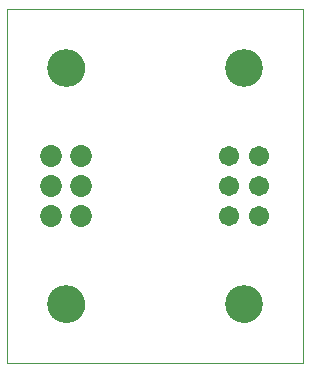
<source format=gbs>
G75*
%MOIN*%
%OFA0B0*%
%FSLAX25Y25*%
%IPPOS*%
%LPD*%
%AMOC8*
5,1,8,0,0,1.08239X$1,22.5*
%
%ADD10C,0.00000*%
%ADD11C,0.12611*%
%ADD12C,0.06737*%
%ADD13C,0.07296*%
D10*
X0001492Y0001492D02*
X0001492Y0119602D01*
X0099917Y0119602D01*
X0099917Y0001492D01*
X0001492Y0001492D01*
X0015271Y0021177D02*
X0015273Y0021330D01*
X0015279Y0021484D01*
X0015289Y0021637D01*
X0015303Y0021789D01*
X0015321Y0021942D01*
X0015343Y0022093D01*
X0015368Y0022244D01*
X0015398Y0022395D01*
X0015432Y0022545D01*
X0015469Y0022693D01*
X0015510Y0022841D01*
X0015555Y0022987D01*
X0015604Y0023133D01*
X0015657Y0023277D01*
X0015713Y0023419D01*
X0015773Y0023560D01*
X0015837Y0023700D01*
X0015904Y0023838D01*
X0015975Y0023974D01*
X0016050Y0024108D01*
X0016127Y0024240D01*
X0016209Y0024370D01*
X0016293Y0024498D01*
X0016381Y0024624D01*
X0016472Y0024747D01*
X0016566Y0024868D01*
X0016664Y0024986D01*
X0016764Y0025102D01*
X0016868Y0025215D01*
X0016974Y0025326D01*
X0017083Y0025434D01*
X0017195Y0025539D01*
X0017309Y0025640D01*
X0017427Y0025739D01*
X0017546Y0025835D01*
X0017668Y0025928D01*
X0017793Y0026017D01*
X0017920Y0026104D01*
X0018049Y0026186D01*
X0018180Y0026266D01*
X0018313Y0026342D01*
X0018448Y0026415D01*
X0018585Y0026484D01*
X0018724Y0026549D01*
X0018864Y0026611D01*
X0019006Y0026669D01*
X0019149Y0026724D01*
X0019294Y0026775D01*
X0019440Y0026822D01*
X0019587Y0026865D01*
X0019735Y0026904D01*
X0019884Y0026940D01*
X0020034Y0026971D01*
X0020185Y0026999D01*
X0020336Y0027023D01*
X0020489Y0027043D01*
X0020641Y0027059D01*
X0020794Y0027071D01*
X0020947Y0027079D01*
X0021100Y0027083D01*
X0021254Y0027083D01*
X0021407Y0027079D01*
X0021560Y0027071D01*
X0021713Y0027059D01*
X0021865Y0027043D01*
X0022018Y0027023D01*
X0022169Y0026999D01*
X0022320Y0026971D01*
X0022470Y0026940D01*
X0022619Y0026904D01*
X0022767Y0026865D01*
X0022914Y0026822D01*
X0023060Y0026775D01*
X0023205Y0026724D01*
X0023348Y0026669D01*
X0023490Y0026611D01*
X0023630Y0026549D01*
X0023769Y0026484D01*
X0023906Y0026415D01*
X0024041Y0026342D01*
X0024174Y0026266D01*
X0024305Y0026186D01*
X0024434Y0026104D01*
X0024561Y0026017D01*
X0024686Y0025928D01*
X0024808Y0025835D01*
X0024927Y0025739D01*
X0025045Y0025640D01*
X0025159Y0025539D01*
X0025271Y0025434D01*
X0025380Y0025326D01*
X0025486Y0025215D01*
X0025590Y0025102D01*
X0025690Y0024986D01*
X0025788Y0024868D01*
X0025882Y0024747D01*
X0025973Y0024624D01*
X0026061Y0024498D01*
X0026145Y0024370D01*
X0026227Y0024240D01*
X0026304Y0024108D01*
X0026379Y0023974D01*
X0026450Y0023838D01*
X0026517Y0023700D01*
X0026581Y0023560D01*
X0026641Y0023419D01*
X0026697Y0023277D01*
X0026750Y0023133D01*
X0026799Y0022987D01*
X0026844Y0022841D01*
X0026885Y0022693D01*
X0026922Y0022545D01*
X0026956Y0022395D01*
X0026986Y0022244D01*
X0027011Y0022093D01*
X0027033Y0021942D01*
X0027051Y0021789D01*
X0027065Y0021637D01*
X0027075Y0021484D01*
X0027081Y0021330D01*
X0027083Y0021177D01*
X0027081Y0021024D01*
X0027075Y0020870D01*
X0027065Y0020717D01*
X0027051Y0020565D01*
X0027033Y0020412D01*
X0027011Y0020261D01*
X0026986Y0020110D01*
X0026956Y0019959D01*
X0026922Y0019809D01*
X0026885Y0019661D01*
X0026844Y0019513D01*
X0026799Y0019367D01*
X0026750Y0019221D01*
X0026697Y0019077D01*
X0026641Y0018935D01*
X0026581Y0018794D01*
X0026517Y0018654D01*
X0026450Y0018516D01*
X0026379Y0018380D01*
X0026304Y0018246D01*
X0026227Y0018114D01*
X0026145Y0017984D01*
X0026061Y0017856D01*
X0025973Y0017730D01*
X0025882Y0017607D01*
X0025788Y0017486D01*
X0025690Y0017368D01*
X0025590Y0017252D01*
X0025486Y0017139D01*
X0025380Y0017028D01*
X0025271Y0016920D01*
X0025159Y0016815D01*
X0025045Y0016714D01*
X0024927Y0016615D01*
X0024808Y0016519D01*
X0024686Y0016426D01*
X0024561Y0016337D01*
X0024434Y0016250D01*
X0024305Y0016168D01*
X0024174Y0016088D01*
X0024041Y0016012D01*
X0023906Y0015939D01*
X0023769Y0015870D01*
X0023630Y0015805D01*
X0023490Y0015743D01*
X0023348Y0015685D01*
X0023205Y0015630D01*
X0023060Y0015579D01*
X0022914Y0015532D01*
X0022767Y0015489D01*
X0022619Y0015450D01*
X0022470Y0015414D01*
X0022320Y0015383D01*
X0022169Y0015355D01*
X0022018Y0015331D01*
X0021865Y0015311D01*
X0021713Y0015295D01*
X0021560Y0015283D01*
X0021407Y0015275D01*
X0021254Y0015271D01*
X0021100Y0015271D01*
X0020947Y0015275D01*
X0020794Y0015283D01*
X0020641Y0015295D01*
X0020489Y0015311D01*
X0020336Y0015331D01*
X0020185Y0015355D01*
X0020034Y0015383D01*
X0019884Y0015414D01*
X0019735Y0015450D01*
X0019587Y0015489D01*
X0019440Y0015532D01*
X0019294Y0015579D01*
X0019149Y0015630D01*
X0019006Y0015685D01*
X0018864Y0015743D01*
X0018724Y0015805D01*
X0018585Y0015870D01*
X0018448Y0015939D01*
X0018313Y0016012D01*
X0018180Y0016088D01*
X0018049Y0016168D01*
X0017920Y0016250D01*
X0017793Y0016337D01*
X0017668Y0016426D01*
X0017546Y0016519D01*
X0017427Y0016615D01*
X0017309Y0016714D01*
X0017195Y0016815D01*
X0017083Y0016920D01*
X0016974Y0017028D01*
X0016868Y0017139D01*
X0016764Y0017252D01*
X0016664Y0017368D01*
X0016566Y0017486D01*
X0016472Y0017607D01*
X0016381Y0017730D01*
X0016293Y0017856D01*
X0016209Y0017984D01*
X0016127Y0018114D01*
X0016050Y0018246D01*
X0015975Y0018380D01*
X0015904Y0018516D01*
X0015837Y0018654D01*
X0015773Y0018794D01*
X0015713Y0018935D01*
X0015657Y0019077D01*
X0015604Y0019221D01*
X0015555Y0019367D01*
X0015510Y0019513D01*
X0015469Y0019661D01*
X0015432Y0019809D01*
X0015398Y0019959D01*
X0015368Y0020110D01*
X0015343Y0020261D01*
X0015321Y0020412D01*
X0015303Y0020565D01*
X0015289Y0020717D01*
X0015279Y0020870D01*
X0015273Y0021024D01*
X0015271Y0021177D01*
X0074326Y0021177D02*
X0074328Y0021330D01*
X0074334Y0021484D01*
X0074344Y0021637D01*
X0074358Y0021789D01*
X0074376Y0021942D01*
X0074398Y0022093D01*
X0074423Y0022244D01*
X0074453Y0022395D01*
X0074487Y0022545D01*
X0074524Y0022693D01*
X0074565Y0022841D01*
X0074610Y0022987D01*
X0074659Y0023133D01*
X0074712Y0023277D01*
X0074768Y0023419D01*
X0074828Y0023560D01*
X0074892Y0023700D01*
X0074959Y0023838D01*
X0075030Y0023974D01*
X0075105Y0024108D01*
X0075182Y0024240D01*
X0075264Y0024370D01*
X0075348Y0024498D01*
X0075436Y0024624D01*
X0075527Y0024747D01*
X0075621Y0024868D01*
X0075719Y0024986D01*
X0075819Y0025102D01*
X0075923Y0025215D01*
X0076029Y0025326D01*
X0076138Y0025434D01*
X0076250Y0025539D01*
X0076364Y0025640D01*
X0076482Y0025739D01*
X0076601Y0025835D01*
X0076723Y0025928D01*
X0076848Y0026017D01*
X0076975Y0026104D01*
X0077104Y0026186D01*
X0077235Y0026266D01*
X0077368Y0026342D01*
X0077503Y0026415D01*
X0077640Y0026484D01*
X0077779Y0026549D01*
X0077919Y0026611D01*
X0078061Y0026669D01*
X0078204Y0026724D01*
X0078349Y0026775D01*
X0078495Y0026822D01*
X0078642Y0026865D01*
X0078790Y0026904D01*
X0078939Y0026940D01*
X0079089Y0026971D01*
X0079240Y0026999D01*
X0079391Y0027023D01*
X0079544Y0027043D01*
X0079696Y0027059D01*
X0079849Y0027071D01*
X0080002Y0027079D01*
X0080155Y0027083D01*
X0080309Y0027083D01*
X0080462Y0027079D01*
X0080615Y0027071D01*
X0080768Y0027059D01*
X0080920Y0027043D01*
X0081073Y0027023D01*
X0081224Y0026999D01*
X0081375Y0026971D01*
X0081525Y0026940D01*
X0081674Y0026904D01*
X0081822Y0026865D01*
X0081969Y0026822D01*
X0082115Y0026775D01*
X0082260Y0026724D01*
X0082403Y0026669D01*
X0082545Y0026611D01*
X0082685Y0026549D01*
X0082824Y0026484D01*
X0082961Y0026415D01*
X0083096Y0026342D01*
X0083229Y0026266D01*
X0083360Y0026186D01*
X0083489Y0026104D01*
X0083616Y0026017D01*
X0083741Y0025928D01*
X0083863Y0025835D01*
X0083982Y0025739D01*
X0084100Y0025640D01*
X0084214Y0025539D01*
X0084326Y0025434D01*
X0084435Y0025326D01*
X0084541Y0025215D01*
X0084645Y0025102D01*
X0084745Y0024986D01*
X0084843Y0024868D01*
X0084937Y0024747D01*
X0085028Y0024624D01*
X0085116Y0024498D01*
X0085200Y0024370D01*
X0085282Y0024240D01*
X0085359Y0024108D01*
X0085434Y0023974D01*
X0085505Y0023838D01*
X0085572Y0023700D01*
X0085636Y0023560D01*
X0085696Y0023419D01*
X0085752Y0023277D01*
X0085805Y0023133D01*
X0085854Y0022987D01*
X0085899Y0022841D01*
X0085940Y0022693D01*
X0085977Y0022545D01*
X0086011Y0022395D01*
X0086041Y0022244D01*
X0086066Y0022093D01*
X0086088Y0021942D01*
X0086106Y0021789D01*
X0086120Y0021637D01*
X0086130Y0021484D01*
X0086136Y0021330D01*
X0086138Y0021177D01*
X0086136Y0021024D01*
X0086130Y0020870D01*
X0086120Y0020717D01*
X0086106Y0020565D01*
X0086088Y0020412D01*
X0086066Y0020261D01*
X0086041Y0020110D01*
X0086011Y0019959D01*
X0085977Y0019809D01*
X0085940Y0019661D01*
X0085899Y0019513D01*
X0085854Y0019367D01*
X0085805Y0019221D01*
X0085752Y0019077D01*
X0085696Y0018935D01*
X0085636Y0018794D01*
X0085572Y0018654D01*
X0085505Y0018516D01*
X0085434Y0018380D01*
X0085359Y0018246D01*
X0085282Y0018114D01*
X0085200Y0017984D01*
X0085116Y0017856D01*
X0085028Y0017730D01*
X0084937Y0017607D01*
X0084843Y0017486D01*
X0084745Y0017368D01*
X0084645Y0017252D01*
X0084541Y0017139D01*
X0084435Y0017028D01*
X0084326Y0016920D01*
X0084214Y0016815D01*
X0084100Y0016714D01*
X0083982Y0016615D01*
X0083863Y0016519D01*
X0083741Y0016426D01*
X0083616Y0016337D01*
X0083489Y0016250D01*
X0083360Y0016168D01*
X0083229Y0016088D01*
X0083096Y0016012D01*
X0082961Y0015939D01*
X0082824Y0015870D01*
X0082685Y0015805D01*
X0082545Y0015743D01*
X0082403Y0015685D01*
X0082260Y0015630D01*
X0082115Y0015579D01*
X0081969Y0015532D01*
X0081822Y0015489D01*
X0081674Y0015450D01*
X0081525Y0015414D01*
X0081375Y0015383D01*
X0081224Y0015355D01*
X0081073Y0015331D01*
X0080920Y0015311D01*
X0080768Y0015295D01*
X0080615Y0015283D01*
X0080462Y0015275D01*
X0080309Y0015271D01*
X0080155Y0015271D01*
X0080002Y0015275D01*
X0079849Y0015283D01*
X0079696Y0015295D01*
X0079544Y0015311D01*
X0079391Y0015331D01*
X0079240Y0015355D01*
X0079089Y0015383D01*
X0078939Y0015414D01*
X0078790Y0015450D01*
X0078642Y0015489D01*
X0078495Y0015532D01*
X0078349Y0015579D01*
X0078204Y0015630D01*
X0078061Y0015685D01*
X0077919Y0015743D01*
X0077779Y0015805D01*
X0077640Y0015870D01*
X0077503Y0015939D01*
X0077368Y0016012D01*
X0077235Y0016088D01*
X0077104Y0016168D01*
X0076975Y0016250D01*
X0076848Y0016337D01*
X0076723Y0016426D01*
X0076601Y0016519D01*
X0076482Y0016615D01*
X0076364Y0016714D01*
X0076250Y0016815D01*
X0076138Y0016920D01*
X0076029Y0017028D01*
X0075923Y0017139D01*
X0075819Y0017252D01*
X0075719Y0017368D01*
X0075621Y0017486D01*
X0075527Y0017607D01*
X0075436Y0017730D01*
X0075348Y0017856D01*
X0075264Y0017984D01*
X0075182Y0018114D01*
X0075105Y0018246D01*
X0075030Y0018380D01*
X0074959Y0018516D01*
X0074892Y0018654D01*
X0074828Y0018794D01*
X0074768Y0018935D01*
X0074712Y0019077D01*
X0074659Y0019221D01*
X0074610Y0019367D01*
X0074565Y0019513D01*
X0074524Y0019661D01*
X0074487Y0019809D01*
X0074453Y0019959D01*
X0074423Y0020110D01*
X0074398Y0020261D01*
X0074376Y0020412D01*
X0074358Y0020565D01*
X0074344Y0020717D01*
X0074334Y0020870D01*
X0074328Y0021024D01*
X0074326Y0021177D01*
X0074326Y0099917D02*
X0074328Y0100070D01*
X0074334Y0100224D01*
X0074344Y0100377D01*
X0074358Y0100529D01*
X0074376Y0100682D01*
X0074398Y0100833D01*
X0074423Y0100984D01*
X0074453Y0101135D01*
X0074487Y0101285D01*
X0074524Y0101433D01*
X0074565Y0101581D01*
X0074610Y0101727D01*
X0074659Y0101873D01*
X0074712Y0102017D01*
X0074768Y0102159D01*
X0074828Y0102300D01*
X0074892Y0102440D01*
X0074959Y0102578D01*
X0075030Y0102714D01*
X0075105Y0102848D01*
X0075182Y0102980D01*
X0075264Y0103110D01*
X0075348Y0103238D01*
X0075436Y0103364D01*
X0075527Y0103487D01*
X0075621Y0103608D01*
X0075719Y0103726D01*
X0075819Y0103842D01*
X0075923Y0103955D01*
X0076029Y0104066D01*
X0076138Y0104174D01*
X0076250Y0104279D01*
X0076364Y0104380D01*
X0076482Y0104479D01*
X0076601Y0104575D01*
X0076723Y0104668D01*
X0076848Y0104757D01*
X0076975Y0104844D01*
X0077104Y0104926D01*
X0077235Y0105006D01*
X0077368Y0105082D01*
X0077503Y0105155D01*
X0077640Y0105224D01*
X0077779Y0105289D01*
X0077919Y0105351D01*
X0078061Y0105409D01*
X0078204Y0105464D01*
X0078349Y0105515D01*
X0078495Y0105562D01*
X0078642Y0105605D01*
X0078790Y0105644D01*
X0078939Y0105680D01*
X0079089Y0105711D01*
X0079240Y0105739D01*
X0079391Y0105763D01*
X0079544Y0105783D01*
X0079696Y0105799D01*
X0079849Y0105811D01*
X0080002Y0105819D01*
X0080155Y0105823D01*
X0080309Y0105823D01*
X0080462Y0105819D01*
X0080615Y0105811D01*
X0080768Y0105799D01*
X0080920Y0105783D01*
X0081073Y0105763D01*
X0081224Y0105739D01*
X0081375Y0105711D01*
X0081525Y0105680D01*
X0081674Y0105644D01*
X0081822Y0105605D01*
X0081969Y0105562D01*
X0082115Y0105515D01*
X0082260Y0105464D01*
X0082403Y0105409D01*
X0082545Y0105351D01*
X0082685Y0105289D01*
X0082824Y0105224D01*
X0082961Y0105155D01*
X0083096Y0105082D01*
X0083229Y0105006D01*
X0083360Y0104926D01*
X0083489Y0104844D01*
X0083616Y0104757D01*
X0083741Y0104668D01*
X0083863Y0104575D01*
X0083982Y0104479D01*
X0084100Y0104380D01*
X0084214Y0104279D01*
X0084326Y0104174D01*
X0084435Y0104066D01*
X0084541Y0103955D01*
X0084645Y0103842D01*
X0084745Y0103726D01*
X0084843Y0103608D01*
X0084937Y0103487D01*
X0085028Y0103364D01*
X0085116Y0103238D01*
X0085200Y0103110D01*
X0085282Y0102980D01*
X0085359Y0102848D01*
X0085434Y0102714D01*
X0085505Y0102578D01*
X0085572Y0102440D01*
X0085636Y0102300D01*
X0085696Y0102159D01*
X0085752Y0102017D01*
X0085805Y0101873D01*
X0085854Y0101727D01*
X0085899Y0101581D01*
X0085940Y0101433D01*
X0085977Y0101285D01*
X0086011Y0101135D01*
X0086041Y0100984D01*
X0086066Y0100833D01*
X0086088Y0100682D01*
X0086106Y0100529D01*
X0086120Y0100377D01*
X0086130Y0100224D01*
X0086136Y0100070D01*
X0086138Y0099917D01*
X0086136Y0099764D01*
X0086130Y0099610D01*
X0086120Y0099457D01*
X0086106Y0099305D01*
X0086088Y0099152D01*
X0086066Y0099001D01*
X0086041Y0098850D01*
X0086011Y0098699D01*
X0085977Y0098549D01*
X0085940Y0098401D01*
X0085899Y0098253D01*
X0085854Y0098107D01*
X0085805Y0097961D01*
X0085752Y0097817D01*
X0085696Y0097675D01*
X0085636Y0097534D01*
X0085572Y0097394D01*
X0085505Y0097256D01*
X0085434Y0097120D01*
X0085359Y0096986D01*
X0085282Y0096854D01*
X0085200Y0096724D01*
X0085116Y0096596D01*
X0085028Y0096470D01*
X0084937Y0096347D01*
X0084843Y0096226D01*
X0084745Y0096108D01*
X0084645Y0095992D01*
X0084541Y0095879D01*
X0084435Y0095768D01*
X0084326Y0095660D01*
X0084214Y0095555D01*
X0084100Y0095454D01*
X0083982Y0095355D01*
X0083863Y0095259D01*
X0083741Y0095166D01*
X0083616Y0095077D01*
X0083489Y0094990D01*
X0083360Y0094908D01*
X0083229Y0094828D01*
X0083096Y0094752D01*
X0082961Y0094679D01*
X0082824Y0094610D01*
X0082685Y0094545D01*
X0082545Y0094483D01*
X0082403Y0094425D01*
X0082260Y0094370D01*
X0082115Y0094319D01*
X0081969Y0094272D01*
X0081822Y0094229D01*
X0081674Y0094190D01*
X0081525Y0094154D01*
X0081375Y0094123D01*
X0081224Y0094095D01*
X0081073Y0094071D01*
X0080920Y0094051D01*
X0080768Y0094035D01*
X0080615Y0094023D01*
X0080462Y0094015D01*
X0080309Y0094011D01*
X0080155Y0094011D01*
X0080002Y0094015D01*
X0079849Y0094023D01*
X0079696Y0094035D01*
X0079544Y0094051D01*
X0079391Y0094071D01*
X0079240Y0094095D01*
X0079089Y0094123D01*
X0078939Y0094154D01*
X0078790Y0094190D01*
X0078642Y0094229D01*
X0078495Y0094272D01*
X0078349Y0094319D01*
X0078204Y0094370D01*
X0078061Y0094425D01*
X0077919Y0094483D01*
X0077779Y0094545D01*
X0077640Y0094610D01*
X0077503Y0094679D01*
X0077368Y0094752D01*
X0077235Y0094828D01*
X0077104Y0094908D01*
X0076975Y0094990D01*
X0076848Y0095077D01*
X0076723Y0095166D01*
X0076601Y0095259D01*
X0076482Y0095355D01*
X0076364Y0095454D01*
X0076250Y0095555D01*
X0076138Y0095660D01*
X0076029Y0095768D01*
X0075923Y0095879D01*
X0075819Y0095992D01*
X0075719Y0096108D01*
X0075621Y0096226D01*
X0075527Y0096347D01*
X0075436Y0096470D01*
X0075348Y0096596D01*
X0075264Y0096724D01*
X0075182Y0096854D01*
X0075105Y0096986D01*
X0075030Y0097120D01*
X0074959Y0097256D01*
X0074892Y0097394D01*
X0074828Y0097534D01*
X0074768Y0097675D01*
X0074712Y0097817D01*
X0074659Y0097961D01*
X0074610Y0098107D01*
X0074565Y0098253D01*
X0074524Y0098401D01*
X0074487Y0098549D01*
X0074453Y0098699D01*
X0074423Y0098850D01*
X0074398Y0099001D01*
X0074376Y0099152D01*
X0074358Y0099305D01*
X0074344Y0099457D01*
X0074334Y0099610D01*
X0074328Y0099764D01*
X0074326Y0099917D01*
X0015271Y0099917D02*
X0015273Y0100070D01*
X0015279Y0100224D01*
X0015289Y0100377D01*
X0015303Y0100529D01*
X0015321Y0100682D01*
X0015343Y0100833D01*
X0015368Y0100984D01*
X0015398Y0101135D01*
X0015432Y0101285D01*
X0015469Y0101433D01*
X0015510Y0101581D01*
X0015555Y0101727D01*
X0015604Y0101873D01*
X0015657Y0102017D01*
X0015713Y0102159D01*
X0015773Y0102300D01*
X0015837Y0102440D01*
X0015904Y0102578D01*
X0015975Y0102714D01*
X0016050Y0102848D01*
X0016127Y0102980D01*
X0016209Y0103110D01*
X0016293Y0103238D01*
X0016381Y0103364D01*
X0016472Y0103487D01*
X0016566Y0103608D01*
X0016664Y0103726D01*
X0016764Y0103842D01*
X0016868Y0103955D01*
X0016974Y0104066D01*
X0017083Y0104174D01*
X0017195Y0104279D01*
X0017309Y0104380D01*
X0017427Y0104479D01*
X0017546Y0104575D01*
X0017668Y0104668D01*
X0017793Y0104757D01*
X0017920Y0104844D01*
X0018049Y0104926D01*
X0018180Y0105006D01*
X0018313Y0105082D01*
X0018448Y0105155D01*
X0018585Y0105224D01*
X0018724Y0105289D01*
X0018864Y0105351D01*
X0019006Y0105409D01*
X0019149Y0105464D01*
X0019294Y0105515D01*
X0019440Y0105562D01*
X0019587Y0105605D01*
X0019735Y0105644D01*
X0019884Y0105680D01*
X0020034Y0105711D01*
X0020185Y0105739D01*
X0020336Y0105763D01*
X0020489Y0105783D01*
X0020641Y0105799D01*
X0020794Y0105811D01*
X0020947Y0105819D01*
X0021100Y0105823D01*
X0021254Y0105823D01*
X0021407Y0105819D01*
X0021560Y0105811D01*
X0021713Y0105799D01*
X0021865Y0105783D01*
X0022018Y0105763D01*
X0022169Y0105739D01*
X0022320Y0105711D01*
X0022470Y0105680D01*
X0022619Y0105644D01*
X0022767Y0105605D01*
X0022914Y0105562D01*
X0023060Y0105515D01*
X0023205Y0105464D01*
X0023348Y0105409D01*
X0023490Y0105351D01*
X0023630Y0105289D01*
X0023769Y0105224D01*
X0023906Y0105155D01*
X0024041Y0105082D01*
X0024174Y0105006D01*
X0024305Y0104926D01*
X0024434Y0104844D01*
X0024561Y0104757D01*
X0024686Y0104668D01*
X0024808Y0104575D01*
X0024927Y0104479D01*
X0025045Y0104380D01*
X0025159Y0104279D01*
X0025271Y0104174D01*
X0025380Y0104066D01*
X0025486Y0103955D01*
X0025590Y0103842D01*
X0025690Y0103726D01*
X0025788Y0103608D01*
X0025882Y0103487D01*
X0025973Y0103364D01*
X0026061Y0103238D01*
X0026145Y0103110D01*
X0026227Y0102980D01*
X0026304Y0102848D01*
X0026379Y0102714D01*
X0026450Y0102578D01*
X0026517Y0102440D01*
X0026581Y0102300D01*
X0026641Y0102159D01*
X0026697Y0102017D01*
X0026750Y0101873D01*
X0026799Y0101727D01*
X0026844Y0101581D01*
X0026885Y0101433D01*
X0026922Y0101285D01*
X0026956Y0101135D01*
X0026986Y0100984D01*
X0027011Y0100833D01*
X0027033Y0100682D01*
X0027051Y0100529D01*
X0027065Y0100377D01*
X0027075Y0100224D01*
X0027081Y0100070D01*
X0027083Y0099917D01*
X0027081Y0099764D01*
X0027075Y0099610D01*
X0027065Y0099457D01*
X0027051Y0099305D01*
X0027033Y0099152D01*
X0027011Y0099001D01*
X0026986Y0098850D01*
X0026956Y0098699D01*
X0026922Y0098549D01*
X0026885Y0098401D01*
X0026844Y0098253D01*
X0026799Y0098107D01*
X0026750Y0097961D01*
X0026697Y0097817D01*
X0026641Y0097675D01*
X0026581Y0097534D01*
X0026517Y0097394D01*
X0026450Y0097256D01*
X0026379Y0097120D01*
X0026304Y0096986D01*
X0026227Y0096854D01*
X0026145Y0096724D01*
X0026061Y0096596D01*
X0025973Y0096470D01*
X0025882Y0096347D01*
X0025788Y0096226D01*
X0025690Y0096108D01*
X0025590Y0095992D01*
X0025486Y0095879D01*
X0025380Y0095768D01*
X0025271Y0095660D01*
X0025159Y0095555D01*
X0025045Y0095454D01*
X0024927Y0095355D01*
X0024808Y0095259D01*
X0024686Y0095166D01*
X0024561Y0095077D01*
X0024434Y0094990D01*
X0024305Y0094908D01*
X0024174Y0094828D01*
X0024041Y0094752D01*
X0023906Y0094679D01*
X0023769Y0094610D01*
X0023630Y0094545D01*
X0023490Y0094483D01*
X0023348Y0094425D01*
X0023205Y0094370D01*
X0023060Y0094319D01*
X0022914Y0094272D01*
X0022767Y0094229D01*
X0022619Y0094190D01*
X0022470Y0094154D01*
X0022320Y0094123D01*
X0022169Y0094095D01*
X0022018Y0094071D01*
X0021865Y0094051D01*
X0021713Y0094035D01*
X0021560Y0094023D01*
X0021407Y0094015D01*
X0021254Y0094011D01*
X0021100Y0094011D01*
X0020947Y0094015D01*
X0020794Y0094023D01*
X0020641Y0094035D01*
X0020489Y0094051D01*
X0020336Y0094071D01*
X0020185Y0094095D01*
X0020034Y0094123D01*
X0019884Y0094154D01*
X0019735Y0094190D01*
X0019587Y0094229D01*
X0019440Y0094272D01*
X0019294Y0094319D01*
X0019149Y0094370D01*
X0019006Y0094425D01*
X0018864Y0094483D01*
X0018724Y0094545D01*
X0018585Y0094610D01*
X0018448Y0094679D01*
X0018313Y0094752D01*
X0018180Y0094828D01*
X0018049Y0094908D01*
X0017920Y0094990D01*
X0017793Y0095077D01*
X0017668Y0095166D01*
X0017546Y0095259D01*
X0017427Y0095355D01*
X0017309Y0095454D01*
X0017195Y0095555D01*
X0017083Y0095660D01*
X0016974Y0095768D01*
X0016868Y0095879D01*
X0016764Y0095992D01*
X0016664Y0096108D01*
X0016566Y0096226D01*
X0016472Y0096347D01*
X0016381Y0096470D01*
X0016293Y0096596D01*
X0016209Y0096724D01*
X0016127Y0096854D01*
X0016050Y0096986D01*
X0015975Y0097120D01*
X0015904Y0097256D01*
X0015837Y0097394D01*
X0015773Y0097534D01*
X0015713Y0097675D01*
X0015657Y0097817D01*
X0015604Y0097961D01*
X0015555Y0098107D01*
X0015510Y0098253D01*
X0015469Y0098401D01*
X0015432Y0098549D01*
X0015398Y0098699D01*
X0015368Y0098850D01*
X0015343Y0099001D01*
X0015321Y0099152D01*
X0015303Y0099305D01*
X0015289Y0099457D01*
X0015279Y0099610D01*
X0015273Y0099764D01*
X0015271Y0099917D01*
D11*
X0021177Y0099917D03*
X0080232Y0099917D03*
X0080232Y0021177D03*
X0021177Y0021177D03*
D12*
X0075232Y0050547D03*
X0075232Y0060547D03*
X0075232Y0070547D03*
X0085232Y0070547D03*
X0085232Y0060547D03*
X0085232Y0050547D03*
D13*
X0026177Y0050547D03*
X0026177Y0060547D03*
X0026177Y0070547D03*
X0016177Y0070547D03*
X0016177Y0060547D03*
X0016177Y0050547D03*
M02*

</source>
